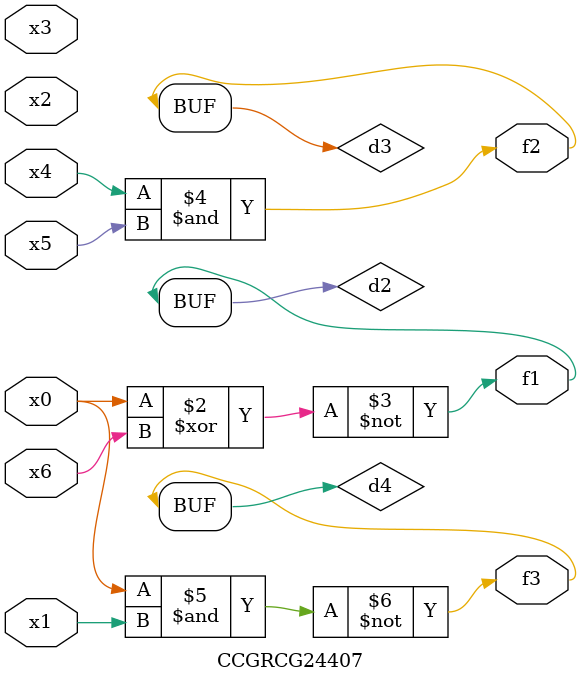
<source format=v>
module CCGRCG24407(
	input x0, x1, x2, x3, x4, x5, x6,
	output f1, f2, f3
);

	wire d1, d2, d3, d4;

	nor (d1, x0);
	xnor (d2, x0, x6);
	and (d3, x4, x5);
	nand (d4, x0, x1);
	assign f1 = d2;
	assign f2 = d3;
	assign f3 = d4;
endmodule

</source>
